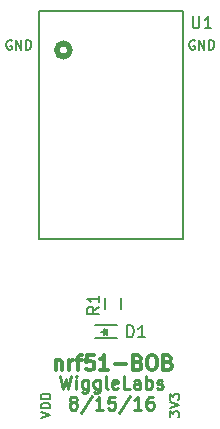
<source format=gbr>
G04 #@! TF.FileFunction,Legend,Top*
%FSLAX46Y46*%
G04 Gerber Fmt 4.6, Leading zero omitted, Abs format (unit mm)*
G04 Created by KiCad (PCBNEW 4.0.2-stable) date 8/15/2016 9:27:46 PM*
%MOMM*%
G01*
G04 APERTURE LIST*
%ADD10C,0.100000*%
%ADD11C,0.150000*%
%ADD12C,0.230000*%
%ADD13C,0.300000*%
%ADD14C,0.500000*%
G04 APERTURE END LIST*
D10*
D11*
X28644905Y-48945667D02*
X29444905Y-48679000D01*
X28644905Y-48412333D01*
X29444905Y-48145667D02*
X28644905Y-48145667D01*
X28644905Y-47955191D01*
X28683000Y-47840905D01*
X28759190Y-47764714D01*
X28835381Y-47726619D01*
X28987762Y-47688524D01*
X29102048Y-47688524D01*
X29254429Y-47726619D01*
X29330619Y-47764714D01*
X29406810Y-47840905D01*
X29444905Y-47955191D01*
X29444905Y-48145667D01*
X29444905Y-47345667D02*
X28644905Y-47345667D01*
X28644905Y-47155191D01*
X28683000Y-47040905D01*
X28759190Y-46964714D01*
X28835381Y-46926619D01*
X28987762Y-46888524D01*
X29102048Y-46888524D01*
X29254429Y-46926619D01*
X29330619Y-46964714D01*
X29406810Y-47040905D01*
X29444905Y-47155191D01*
X29444905Y-47345667D01*
X39566905Y-48869476D02*
X39566905Y-48374238D01*
X39871667Y-48640905D01*
X39871667Y-48526619D01*
X39909762Y-48450429D01*
X39947857Y-48412333D01*
X40024048Y-48374238D01*
X40214524Y-48374238D01*
X40290714Y-48412333D01*
X40328810Y-48450429D01*
X40366905Y-48526619D01*
X40366905Y-48755191D01*
X40328810Y-48831381D01*
X40290714Y-48869476D01*
X39566905Y-48145667D02*
X40366905Y-47879000D01*
X39566905Y-47612333D01*
X39566905Y-47421857D02*
X39566905Y-46926619D01*
X39871667Y-47193286D01*
X39871667Y-47079000D01*
X39909762Y-47002810D01*
X39947857Y-46964714D01*
X40024048Y-46926619D01*
X40214524Y-46926619D01*
X40290714Y-46964714D01*
X40328810Y-47002810D01*
X40366905Y-47079000D01*
X40366905Y-47307572D01*
X40328810Y-47383762D01*
X40290714Y-47421857D01*
X41681477Y-16999000D02*
X41605286Y-16960905D01*
X41491001Y-16960905D01*
X41376715Y-16999000D01*
X41300524Y-17075190D01*
X41262429Y-17151381D01*
X41224334Y-17303762D01*
X41224334Y-17418048D01*
X41262429Y-17570429D01*
X41300524Y-17646619D01*
X41376715Y-17722810D01*
X41491001Y-17760905D01*
X41567191Y-17760905D01*
X41681477Y-17722810D01*
X41719572Y-17684714D01*
X41719572Y-17418048D01*
X41567191Y-17418048D01*
X42062429Y-17760905D02*
X42062429Y-16960905D01*
X42519572Y-17760905D01*
X42519572Y-16960905D01*
X42900524Y-17760905D02*
X42900524Y-16960905D01*
X43091000Y-16960905D01*
X43205286Y-16999000D01*
X43281477Y-17075190D01*
X43319572Y-17151381D01*
X43357667Y-17303762D01*
X43357667Y-17418048D01*
X43319572Y-17570429D01*
X43281477Y-17646619D01*
X43205286Y-17722810D01*
X43091000Y-17760905D01*
X42900524Y-17760905D01*
X26187477Y-16999000D02*
X26111286Y-16960905D01*
X25997001Y-16960905D01*
X25882715Y-16999000D01*
X25806524Y-17075190D01*
X25768429Y-17151381D01*
X25730334Y-17303762D01*
X25730334Y-17418048D01*
X25768429Y-17570429D01*
X25806524Y-17646619D01*
X25882715Y-17722810D01*
X25997001Y-17760905D01*
X26073191Y-17760905D01*
X26187477Y-17722810D01*
X26225572Y-17684714D01*
X26225572Y-17418048D01*
X26073191Y-17418048D01*
X26568429Y-17760905D02*
X26568429Y-16960905D01*
X27025572Y-17760905D01*
X27025572Y-16960905D01*
X27406524Y-17760905D02*
X27406524Y-16960905D01*
X27597000Y-16960905D01*
X27711286Y-16999000D01*
X27787477Y-17075190D01*
X27825572Y-17151381D01*
X27863667Y-17303762D01*
X27863667Y-17418048D01*
X27825572Y-17570429D01*
X27787477Y-17646619D01*
X27711286Y-17722810D01*
X27597000Y-17760905D01*
X27406524Y-17760905D01*
D12*
X30297191Y-45375619D02*
X30559096Y-46475619D01*
X30768619Y-45689905D01*
X30978143Y-46475619D01*
X31240048Y-45375619D01*
X31659096Y-46475619D02*
X31659096Y-45742286D01*
X31659096Y-45375619D02*
X31606715Y-45428000D01*
X31659096Y-45480381D01*
X31711477Y-45428000D01*
X31659096Y-45375619D01*
X31659096Y-45480381D01*
X32654334Y-45742286D02*
X32654334Y-46632762D01*
X32601953Y-46737524D01*
X32549572Y-46789905D01*
X32444811Y-46842286D01*
X32287668Y-46842286D01*
X32182906Y-46789905D01*
X32654334Y-46423238D02*
X32549572Y-46475619D01*
X32340049Y-46475619D01*
X32235287Y-46423238D01*
X32182906Y-46370857D01*
X32130525Y-46266095D01*
X32130525Y-45951810D01*
X32182906Y-45847048D01*
X32235287Y-45794667D01*
X32340049Y-45742286D01*
X32549572Y-45742286D01*
X32654334Y-45794667D01*
X33649572Y-45742286D02*
X33649572Y-46632762D01*
X33597191Y-46737524D01*
X33544810Y-46789905D01*
X33440049Y-46842286D01*
X33282906Y-46842286D01*
X33178144Y-46789905D01*
X33649572Y-46423238D02*
X33544810Y-46475619D01*
X33335287Y-46475619D01*
X33230525Y-46423238D01*
X33178144Y-46370857D01*
X33125763Y-46266095D01*
X33125763Y-45951810D01*
X33178144Y-45847048D01*
X33230525Y-45794667D01*
X33335287Y-45742286D01*
X33544810Y-45742286D01*
X33649572Y-45794667D01*
X34330525Y-46475619D02*
X34225763Y-46423238D01*
X34173382Y-46318476D01*
X34173382Y-45375619D01*
X35168619Y-46423238D02*
X35063857Y-46475619D01*
X34854334Y-46475619D01*
X34749572Y-46423238D01*
X34697191Y-46318476D01*
X34697191Y-45899429D01*
X34749572Y-45794667D01*
X34854334Y-45742286D01*
X35063857Y-45742286D01*
X35168619Y-45794667D01*
X35221000Y-45899429D01*
X35221000Y-46004190D01*
X34697191Y-46108952D01*
X36216238Y-46475619D02*
X35692429Y-46475619D01*
X35692429Y-45375619D01*
X37054333Y-46475619D02*
X37054333Y-45899429D01*
X37001952Y-45794667D01*
X36897190Y-45742286D01*
X36687667Y-45742286D01*
X36582905Y-45794667D01*
X37054333Y-46423238D02*
X36949571Y-46475619D01*
X36687667Y-46475619D01*
X36582905Y-46423238D01*
X36530524Y-46318476D01*
X36530524Y-46213714D01*
X36582905Y-46108952D01*
X36687667Y-46056571D01*
X36949571Y-46056571D01*
X37054333Y-46004190D01*
X37578143Y-46475619D02*
X37578143Y-45375619D01*
X37578143Y-45794667D02*
X37682905Y-45742286D01*
X37892428Y-45742286D01*
X37997190Y-45794667D01*
X38049571Y-45847048D01*
X38101952Y-45951810D01*
X38101952Y-46266095D01*
X38049571Y-46370857D01*
X37997190Y-46423238D01*
X37892428Y-46475619D01*
X37682905Y-46475619D01*
X37578143Y-46423238D01*
X38521000Y-46423238D02*
X38625762Y-46475619D01*
X38835286Y-46475619D01*
X38940047Y-46423238D01*
X38992428Y-46318476D01*
X38992428Y-46266095D01*
X38940047Y-46161333D01*
X38835286Y-46108952D01*
X38678143Y-46108952D01*
X38573381Y-46056571D01*
X38521000Y-45951810D01*
X38521000Y-45899429D01*
X38573381Y-45794667D01*
X38678143Y-45742286D01*
X38835286Y-45742286D01*
X38940047Y-45794667D01*
X31318620Y-47617048D02*
X31213858Y-47564667D01*
X31161477Y-47512286D01*
X31109096Y-47407524D01*
X31109096Y-47355143D01*
X31161477Y-47250381D01*
X31213858Y-47198000D01*
X31318620Y-47145619D01*
X31528143Y-47145619D01*
X31632905Y-47198000D01*
X31685286Y-47250381D01*
X31737667Y-47355143D01*
X31737667Y-47407524D01*
X31685286Y-47512286D01*
X31632905Y-47564667D01*
X31528143Y-47617048D01*
X31318620Y-47617048D01*
X31213858Y-47669429D01*
X31161477Y-47721810D01*
X31109096Y-47826571D01*
X31109096Y-48036095D01*
X31161477Y-48140857D01*
X31213858Y-48193238D01*
X31318620Y-48245619D01*
X31528143Y-48245619D01*
X31632905Y-48193238D01*
X31685286Y-48140857D01*
X31737667Y-48036095D01*
X31737667Y-47826571D01*
X31685286Y-47721810D01*
X31632905Y-47669429D01*
X31528143Y-47617048D01*
X32994810Y-47093238D02*
X32051953Y-48507524D01*
X33937667Y-48245619D02*
X33309096Y-48245619D01*
X33623382Y-48245619D02*
X33623382Y-47145619D01*
X33518620Y-47302762D01*
X33413858Y-47407524D01*
X33309096Y-47459905D01*
X34932905Y-47145619D02*
X34409096Y-47145619D01*
X34356715Y-47669429D01*
X34409096Y-47617048D01*
X34513858Y-47564667D01*
X34775762Y-47564667D01*
X34880524Y-47617048D01*
X34932905Y-47669429D01*
X34985286Y-47774190D01*
X34985286Y-48036095D01*
X34932905Y-48140857D01*
X34880524Y-48193238D01*
X34775762Y-48245619D01*
X34513858Y-48245619D01*
X34409096Y-48193238D01*
X34356715Y-48140857D01*
X36242429Y-47093238D02*
X35299572Y-48507524D01*
X37185286Y-48245619D02*
X36556715Y-48245619D01*
X36871001Y-48245619D02*
X36871001Y-47145619D01*
X36766239Y-47302762D01*
X36661477Y-47407524D01*
X36556715Y-47459905D01*
X38128143Y-47145619D02*
X37918620Y-47145619D01*
X37813858Y-47198000D01*
X37761477Y-47250381D01*
X37656715Y-47407524D01*
X37604334Y-47617048D01*
X37604334Y-48036095D01*
X37656715Y-48140857D01*
X37709096Y-48193238D01*
X37813858Y-48245619D01*
X38023381Y-48245619D01*
X38128143Y-48193238D01*
X38180524Y-48140857D01*
X38232905Y-48036095D01*
X38232905Y-47774190D01*
X38180524Y-47669429D01*
X38128143Y-47617048D01*
X38023381Y-47564667D01*
X37813858Y-47564667D01*
X37709096Y-47617048D01*
X37656715Y-47669429D01*
X37604334Y-47774190D01*
D13*
X29917048Y-44055143D02*
X29917048Y-44888476D01*
X29917048Y-44174190D02*
X29976572Y-44114667D01*
X30095619Y-44055143D01*
X30274191Y-44055143D01*
X30393239Y-44114667D01*
X30452762Y-44233714D01*
X30452762Y-44888476D01*
X31048000Y-44888476D02*
X31048000Y-44055143D01*
X31048000Y-44293238D02*
X31107524Y-44174190D01*
X31167048Y-44114667D01*
X31286095Y-44055143D01*
X31405143Y-44055143D01*
X31643239Y-44055143D02*
X32119429Y-44055143D01*
X31821810Y-44888476D02*
X31821810Y-43817048D01*
X31881334Y-43698000D01*
X32000381Y-43638476D01*
X32119429Y-43638476D01*
X33131334Y-43638476D02*
X32536096Y-43638476D01*
X32476572Y-44233714D01*
X32536096Y-44174190D01*
X32655144Y-44114667D01*
X32952763Y-44114667D01*
X33071810Y-44174190D01*
X33131334Y-44233714D01*
X33190858Y-44352762D01*
X33190858Y-44650381D01*
X33131334Y-44769429D01*
X33071810Y-44828952D01*
X32952763Y-44888476D01*
X32655144Y-44888476D01*
X32536096Y-44828952D01*
X32476572Y-44769429D01*
X34381334Y-44888476D02*
X33667048Y-44888476D01*
X34024191Y-44888476D02*
X34024191Y-43638476D01*
X33905143Y-43817048D01*
X33786096Y-43936095D01*
X33667048Y-43995619D01*
X34917048Y-44412286D02*
X35869429Y-44412286D01*
X36881334Y-44233714D02*
X37059905Y-44293238D01*
X37119429Y-44352762D01*
X37178953Y-44471810D01*
X37178953Y-44650381D01*
X37119429Y-44769429D01*
X37059905Y-44828952D01*
X36940858Y-44888476D01*
X36464667Y-44888476D01*
X36464667Y-43638476D01*
X36881334Y-43638476D01*
X37000381Y-43698000D01*
X37059905Y-43757524D01*
X37119429Y-43876571D01*
X37119429Y-43995619D01*
X37059905Y-44114667D01*
X37000381Y-44174190D01*
X36881334Y-44233714D01*
X36464667Y-44233714D01*
X37952762Y-43638476D02*
X38190858Y-43638476D01*
X38309905Y-43698000D01*
X38428953Y-43817048D01*
X38488477Y-44055143D01*
X38488477Y-44471810D01*
X38428953Y-44709905D01*
X38309905Y-44828952D01*
X38190858Y-44888476D01*
X37952762Y-44888476D01*
X37833715Y-44828952D01*
X37714667Y-44709905D01*
X37655143Y-44471810D01*
X37655143Y-44055143D01*
X37714667Y-43817048D01*
X37833715Y-43698000D01*
X37952762Y-43638476D01*
X39440858Y-44233714D02*
X39619429Y-44293238D01*
X39678953Y-44352762D01*
X39738477Y-44471810D01*
X39738477Y-44650381D01*
X39678953Y-44769429D01*
X39619429Y-44828952D01*
X39500382Y-44888476D01*
X39024191Y-44888476D01*
X39024191Y-43638476D01*
X39440858Y-43638476D01*
X39559905Y-43698000D01*
X39619429Y-43757524D01*
X39678953Y-43876571D01*
X39678953Y-43995619D01*
X39619429Y-44114667D01*
X39559905Y-44174190D01*
X39440858Y-44233714D01*
X39024191Y-44233714D01*
D11*
X35136000Y-41106000D02*
X33236000Y-41106000D01*
X35136000Y-42206000D02*
X33236000Y-42206000D01*
X34236000Y-41656000D02*
X33786000Y-41656000D01*
X34286000Y-41906000D02*
X34286000Y-41406000D01*
X34286000Y-41656000D02*
X34036000Y-41906000D01*
X34036000Y-41906000D02*
X34036000Y-41406000D01*
X34036000Y-41406000D02*
X34286000Y-41656000D01*
X34123000Y-39755000D02*
X34123000Y-38755000D01*
X35473000Y-38755000D02*
X35473000Y-39755000D01*
D14*
X31144461Y-17799800D02*
G75*
G03X31144461Y-17799800I-567961J0D01*
G01*
D11*
X28544500Y-19069800D02*
X28544500Y-33801800D01*
X28544500Y-33801800D02*
X40736500Y-33801800D01*
X40736500Y-33801800D02*
X40736500Y-14497800D01*
X40736500Y-14497800D02*
X28544500Y-14497800D01*
X28544500Y-14497800D02*
X28544500Y-19069800D01*
X35964905Y-42108381D02*
X35964905Y-41108381D01*
X36203000Y-41108381D01*
X36345858Y-41156000D01*
X36441096Y-41251238D01*
X36488715Y-41346476D01*
X36536334Y-41536952D01*
X36536334Y-41679810D01*
X36488715Y-41870286D01*
X36441096Y-41965524D01*
X36345858Y-42060762D01*
X36203000Y-42108381D01*
X35964905Y-42108381D01*
X37488715Y-42108381D02*
X36917286Y-42108381D01*
X37203000Y-42108381D02*
X37203000Y-41108381D01*
X37107762Y-41251238D01*
X37012524Y-41346476D01*
X36917286Y-41394095D01*
X33599381Y-39536666D02*
X33123190Y-39870000D01*
X33599381Y-40108095D02*
X32599381Y-40108095D01*
X32599381Y-39727142D01*
X32647000Y-39631904D01*
X32694619Y-39584285D01*
X32789857Y-39536666D01*
X32932714Y-39536666D01*
X33027952Y-39584285D01*
X33075571Y-39631904D01*
X33123190Y-39727142D01*
X33123190Y-40108095D01*
X33599381Y-38584285D02*
X33599381Y-39155714D01*
X33599381Y-38870000D02*
X32599381Y-38870000D01*
X32742238Y-38965238D01*
X32837476Y-39060476D01*
X32885095Y-39155714D01*
X41529095Y-14946381D02*
X41529095Y-15755905D01*
X41576714Y-15851143D01*
X41624333Y-15898762D01*
X41719571Y-15946381D01*
X41910048Y-15946381D01*
X42005286Y-15898762D01*
X42052905Y-15851143D01*
X42100524Y-15755905D01*
X42100524Y-14946381D01*
X43100524Y-15946381D02*
X42529095Y-15946381D01*
X42814809Y-15946381D02*
X42814809Y-14946381D01*
X42719571Y-15089238D01*
X42624333Y-15184476D01*
X42529095Y-15232095D01*
M02*

</source>
